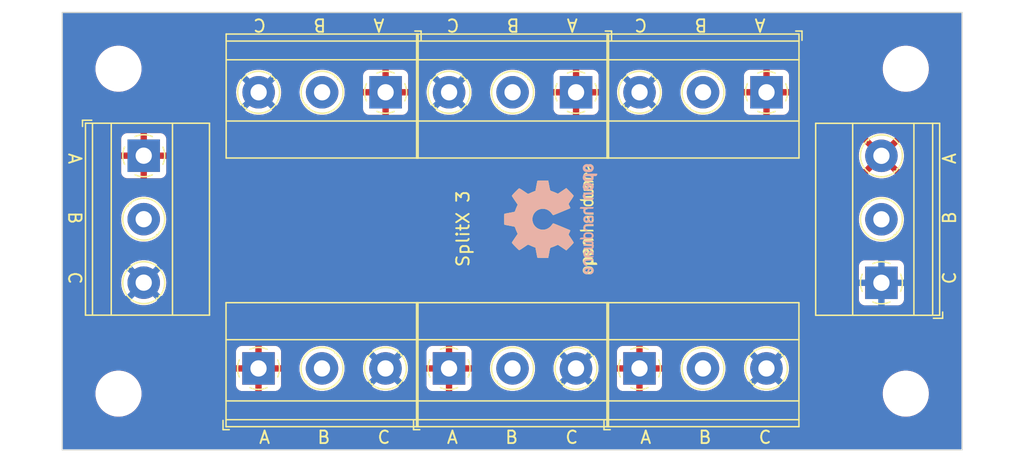
<source format=kicad_pcb>
(kicad_pcb (version 20240108) (generator "pcbnew") (generator_version "8.0")
  (layers (0 "F.Cu" signal) (1 "In1.Cu" signal) (2 "In2.Cu" signal) (31 "B.Cu" signal) (34 "B.Paste" user) (35 "F.Paste" user) (36 "B.SilkS" user "B.Silkscreen") (37 "F.SilkS" user "F.Silkscreen") (38 "B.Mask" user) (39 "F.Mask" user) (44 "Edge.Cuts" user))
  (net 0 "")
  (net 1 "C")
  (net 2 "B")
  (net 3 "A")
  (footprint "TerminalBlock_Phoenix:TerminalBlock_Phoenix_MKDS-1,5-3-5.08_1x03_P5.08mm_Horizontal" (layer "F.Cu") (at 115.519 92.959 -90)
    (property "Reference" "J5" (hide yes))
    (property "Value" "Screw_Terminal_01x03")
    (pad "1" thru_hole rect (at 0 0 270) (size 2.6 2.6) (drill 1.3) (layers "*.Cu" "*.Mask") (net 3 "A"))
    (pad "2" thru_hole circle (at 5.08 0 270) (size 2.6 2.6) (drill 1.3) (layers "*.Cu" "*.Mask") (net 2 "B"))
    (pad "3" thru_hole circle (at 10.16 0 270) (size 2.6 2.6) (drill 1.3) (layers "*.Cu" "*.Mask") (net 1 "C"))
  )
  (footprint "MountingHole:MountingHole_3.2mm_M3" (layer "F.Cu") (at 113.5 86)
    (property "Reference" "REF**" (hide yes))
    (property "Value" "MountingHole_3.2mm_M3")
    (pad "" np_thru_hole circle (at 0 0) (size 3.2 3.2) (drill 3.2) (layers "*.Cu" "*.Mask"))
  )
  (footprint "TerminalBlock_Phoenix:TerminalBlock_Phoenix_MKDS-1,5-3-5.08_1x03_P5.08mm_Horizontal" (layer "F.Cu") (at 165.354 87.884 180)
    (property "Reference" "J6" (hide yes))
    (property "Value" "Screw_Terminal_01x03")
    (pad "1" thru_hole rect (at 0 0 180) (size 2.6 2.6) (drill 1.3) (layers "*.Cu" "*.Mask") (net 3 "A"))
    (pad "2" thru_hole circle (at 5.08 0 180) (size 2.6 2.6) (drill 1.3) (layers "*.Cu" "*.Mask") (net 2 "B"))
    (pad "3" thru_hole circle (at 10.16 0 180) (size 2.6 2.6) (drill 1.3) (layers "*.Cu" "*.Mask") (net 1 "C"))
  )
  (footprint "TerminalBlock_Phoenix:TerminalBlock_Phoenix_MKDS-1,5-3-5.08_1x03_P5.08mm_Horizontal" (layer "F.Cu") (at 139.949 109.982)
    (property "Reference" "J4" (hide yes))
    (property "Value" "Screw_Terminal_01x03")
    (pad "1" thru_hole rect (at 0 0) (size 2.6 2.6) (drill 1.3) (layers "*.Cu" "*.Mask") (net 3 "A"))
    (pad "2" thru_hole circle (at 5.08 0) (size 2.6 2.6) (drill 1.3) (layers "*.Cu" "*.Mask") (net 2 "B"))
    (pad "3" thru_hole circle (at 10.16 0) (size 2.6 2.6) (drill 1.3) (layers "*.Cu" "*.Mask") (net 1 "C"))
  )
  (footprint "Symbol:OSHW-Logo2_9.8x8mm_SilkScreen" (layer "F.Cu") (at 148.082 98.044 90)
    (property "Reference" "REF**" (hide yes))
    (property "Value" "OSHW-Logo2_9.8x8mm_SilkScreen" (hide yes))
  )
  (footprint "TerminalBlock_Phoenix:TerminalBlock_Phoenix_MKDS-1,5-3-5.08_1x03_P5.08mm_Horizontal" (layer "F.Cu") (at 124.704 109.982)
    (property "Reference" "J1" (hide yes))
    (property "Value" "Screw_Terminal_01x03")
    (pad "1" thru_hole rect (at 0 0) (size 2.6 2.6) (drill 1.3) (layers "*.Cu" "*.Mask") (net 3 "A"))
    (pad "2" thru_hole circle (at 5.08 0) (size 2.6 2.6) (drill 1.3) (layers "*.Cu" "*.Mask") (net 2 "B"))
    (pad "3" thru_hole circle (at 10.16 0) (size 2.6 2.6) (drill 1.3) (layers "*.Cu" "*.Mask") (net 1 "C"))
  )
  (footprint "TerminalBlock_Phoenix:TerminalBlock_Phoenix_MKDS-1,5-3-5.08_1x03_P5.08mm_Horizontal" (layer "F.Cu") (at 174.549 103.129 90)
    (property "Reference" "J2" (hide yes))
    (property "Value" "Screw_Terminal_01x03")
    (pad "1" thru_hole rect (at 0 0 90) (size 2.6 2.6) (drill 1.3) (layers "*.Cu" "*.Mask") (net 1 "C"))
    (pad "2" thru_hole circle (at 5.08 0 90) (size 2.6 2.6) (drill 1.3) (layers "*.Cu" "*.Mask") (net 2 "B"))
    (pad "3" thru_hole circle (at 10.16 0 90) (size 2.6 2.6) (drill 1.3) (layers "*.Cu" "*.Mask") (net 3 "A"))
  )
  (footprint "MountingHole:MountingHole_3.2mm_M3" (layer "F.Cu") (at 176.5 112)
    (property "Reference" "REF**" (hide yes))
    (property "Value" "MountingHole_3.2mm_M3")
    (pad "" np_thru_hole circle (at 0 0) (size 3.2 3.2) (drill 3.2) (layers "*.Cu" "*.Mask"))
  )
  (footprint "TerminalBlock_Phoenix:TerminalBlock_Phoenix_MKDS-1,5-3-5.08_1x03_P5.08mm_Horizontal" (layer "F.Cu") (at 134.874 87.884 180)
    (property "Reference" "J8" (hide yes))
    (property "Value" "Screw_Terminal_01x03")
    (pad "1" thru_hole rect (at 0 0 180) (size 2.6 2.6) (drill 1.3) (layers "*.Cu" "*.Mask") (net 3 "A"))
    (pad "2" thru_hole circle (at 5.08 0 180) (size 2.6 2.6) (drill 1.3) (layers "*.Cu" "*.Mask") (net 2 "B"))
    (pad "3" thru_hole circle (at 10.16 0 180) (size 2.6 2.6) (drill 1.3) (layers "*.Cu" "*.Mask") (net 1 "C"))
  )
  (footprint "TerminalBlock_Phoenix:TerminalBlock_Phoenix_MKDS-1,5-3-5.08_1x03_P5.08mm_Horizontal" (layer "F.Cu") (at 155.189 109.982)
    (property "Reference" "J3" (hide yes))
    (property "Value" "Screw_Terminal_01x03")
    (pad "1" thru_hole rect (at 0 0) (size 2.6 2.6) (drill 1.3) (layers "*.Cu" "*.Mask") (net 3 "A"))
    (pad "2" thru_hole circle (at 5.08 0) (size 2.6 2.6) (drill 1.3) (layers "*.Cu" "*.Mask") (net 2 "B"))
    (pad "3" thru_hole circle (at 10.16 0) (size 2.6 2.6) (drill 1.3) (layers "*.Cu" "*.Mask") (net 1 "C"))
  )
  (footprint "MountingHole:MountingHole_3.2mm_M3" (layer "F.Cu") (at 113.5 112)
    (property "Reference" "REF**" (hide yes))
    (property "Value" "MountingHole_3.2mm_M3")
    (pad "" np_thru_hole circle (at 0 0) (size 3.2 3.2) (drill 3.2) (layers "*.Cu" "*.Mask"))
  )
  (footprint "MountingHole:MountingHole_3.2mm_M3" (layer "F.Cu") (at 176.5 86)
    (property "Reference" "REF**" (hide yes))
    (property "Value" "MountingHole_3.2mm_M3")
    (pad "" np_thru_hole circle (at 0 0) (size 3.2 3.2) (drill 3.2) (layers "*.Cu" "*.Mask"))
  )
  (footprint "TerminalBlock_Phoenix:TerminalBlock_Phoenix_MKDS-1,5-3-5.08_1x03_P5.08mm_Horizontal" (layer "F.Cu") (at 150.114 87.884 180)
    (property "Reference" "J7" (hide yes))
    (property "Value" "Screw_Terminal_01x03")
    (pad "1" thru_hole rect (at 0 0 180) (size 2.6 2.6) (drill 1.3) (layers "*.Cu" "*.Mask") (net 3 "A"))
    (pad "2" thru_hole circle (at 5.08 0 180) (size 2.6 2.6) (drill 1.3) (layers "*.Cu" "*.Mask") (net 2 "B"))
    (pad "3" thru_hole circle (at 10.16 0 180) (size 2.6 2.6) (drill 1.3) (layers "*.Cu" "*.Mask") (net 1 "C"))
  )
  (footprint "Symbol:OSHW-Logo2_9.8x8mm_SilkScreen" (layer "B.Cu") (at 148.082 98.044 -90)
    (property "Reference" "REF**" (hide yes))
    (property "Value" "OSHW-Logo2_9.8x8mm_SilkScreen" (hide yes))
  )
  (gr_rect (start 109 81.5) (end 181 116.5) (stroke (width 0.1)) (fill none) (layer "Edge.Cuts"))
  (gr_text "A     B     C" (at 110 98 270) (layer "F.SilkS") (effects (font (size 1 1))))
  (gr_text "A     B     C" (at 160.029 82.5 180) (layer "F.SilkS") (effects (font (size 1 1))))
  (gr_text "A     B     C" (at 145 82.5 180) (layer "F.SilkS") (effects (font (size 1 1))))
  (gr_text "C     B     A" (at 180 98 90) (layer "F.SilkS") (effects (font (size 1 1))))
  (gr_text "SplitX 3" (at 141.066 98.806 90) (layer "F.SilkS") (effects (font (size 1 1))))
  (gr_text "A     B     C" (at 130 115.5 0) (layer "F.SilkS") (effects (font (size 1 1))))
  (gr_text "A     B     C" (at 160.5 115.5 0) (layer "F.SilkS") (effects (font (size 1 1))))
  (gr_text "A     B     C" (at 129.529 82.5 180) (layer "F.SilkS") (effects (font (size 1 1))))
  (gr_text "A     B     C" (at 145.029 115.5 0) (layer "F.SilkS") (effects (font (size 1 1))))
  (zone (net 3) (net_name "A") (layer "F.Cu") (connect_pads (clearance 0.508)) (min_thickness 0.254) (fill yes (thermal_gap 0.508) (thermal_bridge_width 0.508))
    (polygon (pts (xy 182 117.5) (xy 107.5 117.5) (xy 107.5 80.5) (xy 182 80.5)))
  )
  (zone (net 1) (net_name "C") (layer "B.Cu") (connect_pads (clearance 0.508)) (min_thickness 0.254) (fill yes (thermal_gap 0.508) (thermal_bridge_width 0.508))
    (polygon (pts (xy 182 117.5) (xy 107.5 117.5) (xy 107.5 80.5) (xy 182 80.5)))
  )
)
</source>
